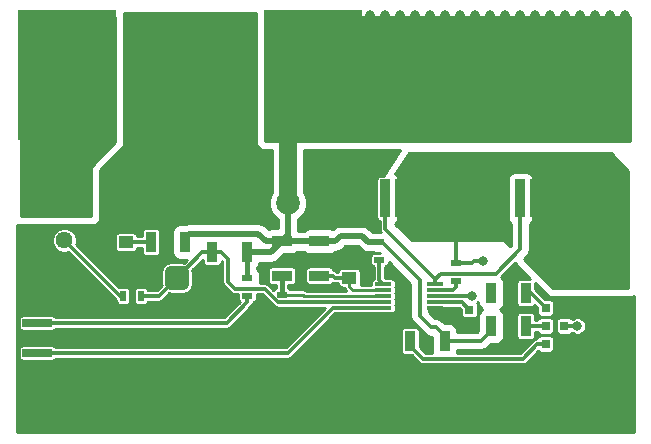
<source format=gbr>
%TF.GenerationSoftware,KiCad,Pcbnew,(2017-08-30 revision 50164e996)-master*%
%TF.CreationDate,2017-09-20T12:12:51+02:00*%
%TF.ProjectId,antispark,616E7469737061726B2E6B696361645F,rev?*%
%TF.SameCoordinates,Original*%
%TF.FileFunction,Copper,L1,Top,Mixed*%
%TF.FilePolarity,Positive*%
%FSLAX46Y46*%
G04 Gerber Fmt 4.6, Leading zero omitted, Abs format (unit mm)*
G04 Created by KiCad (PCBNEW (2017-08-30 revision 50164e996)-master) date Wed Sep 20 12:12:51 2017*
%MOMM*%
%LPD*%
G01*
G04 APERTURE LIST*
%TA.AperFunction,Conductor*%
%ADD10C,0.100000*%
%TD*%
%TA.AperFunction,ComponentPad*%
%ADD11C,1.998980*%
%TD*%
%TA.AperFunction,SMDPad,CuDef*%
%ADD12R,1.400000X0.300000*%
%TD*%
%TA.AperFunction,SMDPad,CuDef*%
%ADD13R,10.800080X8.150860*%
%TD*%
%TA.AperFunction,SMDPad,CuDef*%
%ADD14R,0.899160X3.200400*%
%TD*%
%TA.AperFunction,SMDPad,CuDef*%
%ADD15R,0.750000X0.800000*%
%TD*%
%TA.AperFunction,SMDPad,CuDef*%
%ADD16R,0.900000X0.500000*%
%TD*%
%TA.AperFunction,SMDPad,CuDef*%
%ADD17R,0.500000X0.900000*%
%TD*%
%TA.AperFunction,SMDPad,CuDef*%
%ADD18R,1.250000X1.000000*%
%TD*%
%TA.AperFunction,SMDPad,CuDef*%
%ADD19R,1.700000X0.900000*%
%TD*%
%TA.AperFunction,SMDPad,CuDef*%
%ADD20R,0.900000X1.700000*%
%TD*%
%TA.AperFunction,SMDPad,CuDef*%
%ADD21R,8.300000X11.000000*%
%TD*%
%TA.AperFunction,SMDPad,CuDef*%
%ADD22R,6.000000X5.000000*%
%TD*%
%TA.AperFunction,ComponentPad*%
%ADD23C,2.000000*%
%TD*%
%TA.AperFunction,SMDPad,CuDef*%
%ADD24R,0.800000X0.800000*%
%TD*%
%TA.AperFunction,SMDPad,CuDef*%
%ADD25R,2.500000X0.640000*%
%TD*%
%TA.AperFunction,ComponentPad*%
%ADD26C,1.440000*%
%TD*%
%TA.AperFunction,ViaPad*%
%ADD27C,0.800000*%
%TD*%
%TA.AperFunction,Conductor*%
%ADD28C,0.500000*%
%TD*%
%TA.AperFunction,Conductor*%
%ADD29C,0.300000*%
%TD*%
%TA.AperFunction,Conductor*%
%ADD30C,0.400000*%
%TD*%
%TA.AperFunction,Conductor*%
%ADD31C,1.500000*%
%TD*%
%TA.AperFunction,Conductor*%
%ADD32C,0.250000*%
%TD*%
%TA.AperFunction,Conductor*%
%ADD33C,0.254000*%
%TD*%
G04 APERTURE END LIST*
D10*
%TO.N,UVLO*%
%TO.C,REF\002A\002A*%
G36*
X152440729Y-90442916D02*
X152489240Y-90450112D01*
X152536813Y-90462029D01*
X152582989Y-90478551D01*
X152627323Y-90499519D01*
X152669388Y-90524732D01*
X152708780Y-90553947D01*
X152745118Y-90586882D01*
X152778053Y-90623220D01*
X152807268Y-90662612D01*
X152832481Y-90704677D01*
X152853449Y-90749011D01*
X152869971Y-90795187D01*
X152881888Y-90842760D01*
X152889084Y-90891271D01*
X152891490Y-90940255D01*
X152891490Y-91939745D01*
X152889084Y-91988729D01*
X152881888Y-92037240D01*
X152869971Y-92084813D01*
X152853449Y-92130989D01*
X152832481Y-92175323D01*
X152807268Y-92217388D01*
X152778053Y-92256780D01*
X152745118Y-92293118D01*
X152708780Y-92326053D01*
X152669388Y-92355268D01*
X152627323Y-92380481D01*
X152582989Y-92401449D01*
X152536813Y-92417971D01*
X152489240Y-92429888D01*
X152440729Y-92437084D01*
X152391745Y-92439490D01*
X151392255Y-92439490D01*
X151343271Y-92437084D01*
X151294760Y-92429888D01*
X151247187Y-92417971D01*
X151201011Y-92401449D01*
X151156677Y-92380481D01*
X151114612Y-92355268D01*
X151075220Y-92326053D01*
X151038882Y-92293118D01*
X151005947Y-92256780D01*
X150976732Y-92217388D01*
X150951519Y-92175323D01*
X150930551Y-92130989D01*
X150914029Y-92084813D01*
X150902112Y-92037240D01*
X150894916Y-91988729D01*
X150892510Y-91939745D01*
X150892510Y-90940255D01*
X150894916Y-90891271D01*
X150902112Y-90842760D01*
X150914029Y-90795187D01*
X150930551Y-90749011D01*
X150951519Y-90704677D01*
X150976732Y-90662612D01*
X151005947Y-90623220D01*
X151038882Y-90586882D01*
X151075220Y-90553947D01*
X151114612Y-90524732D01*
X151156677Y-90499519D01*
X151201011Y-90478551D01*
X151247187Y-90462029D01*
X151294760Y-90450112D01*
X151343271Y-90442916D01*
X151392255Y-90440510D01*
X152391745Y-90440510D01*
X152440729Y-90442916D01*
X152440729Y-90442916D01*
G37*
D11*
%TD*%
%TO.P,REF\002A\002A,1*%
%TO.N,UVLO*%
X151892000Y-91440000D03*
D12*
%TO.P,U1,1*%
%TO.N,Net-(Rsns1-Pad2)*%
X169377000Y-91964000D03*
%TO.P,U1,2*%
%TO.N,Net-(C2-Pad1)*%
X169377000Y-92464000D03*
%TO.P,U1,3*%
%TO.N,Net-(R1-Pad2)*%
X169377000Y-92964000D03*
%TO.P,U1,4*%
%TO.N,UVLO*%
X169377000Y-93464000D03*
%TO.P,U1,5*%
%TO.N,Net-(JP1-Pad1)*%
X169377000Y-93964000D03*
%TO.P,U1,6*%
%TO.N,GND*%
X173777000Y-93964000D03*
%TO.P,U1,7*%
%TO.N,Net-(C1-Pad1)*%
X173777000Y-93464000D03*
%TO.P,U1,8*%
%TO.N,Net-(D2-Pad1)*%
X173777000Y-92964000D03*
%TO.P,U1,9*%
%TO.N,Net-(Ro1-Pad2)*%
X173777000Y-92464000D03*
%TO.P,U1,10*%
%TO.N,G*%
X173777000Y-91964000D03*
%TD*%
D13*
%TO.P,U10,4*%
%TO.N,VIN*%
X173355000Y-74109580D03*
D14*
%TO.P,U10,1*%
%TO.N,G*%
X169545000Y-84711540D03*
%TO.P,U10,2*%
%TO.N,VOUT*%
X170815000Y-84711540D03*
%TO.P,U10,3*%
X172085000Y-84711540D03*
%TO.P,U10,5*%
X174625000Y-84711540D03*
%TO.P,U10,6*%
X175895000Y-84711540D03*
%TO.P,U10,7*%
X177165000Y-84711540D03*
%TD*%
D15*
%TO.P,C1,1*%
%TO.N,Net-(C1-Pad1)*%
X176657000Y-94119000D03*
%TO.P,C1,2*%
%TO.N,GND*%
X176657000Y-95619000D03*
%TD*%
D16*
%TO.P,R2,2*%
%TO.N,GND*%
X160782000Y-94349000D03*
%TO.P,R2,1*%
%TO.N,Net-(R1-Pad2)*%
X160782000Y-92849000D03*
%TD*%
D17*
%TO.P,R7,2*%
%TO.N,Net-(R7-Pad2)*%
X147332000Y-92964000D03*
%TO.P,R7,1*%
%TO.N,UVLO*%
X148832000Y-92964000D03*
%TD*%
D16*
%TO.P,R8,1*%
%TO.N,VIN*%
X157861000Y-91452000D03*
%TO.P,R8,2*%
%TO.N,Net-(JP1-Pad2)*%
X157861000Y-92952000D03*
%TD*%
%TO.P,Ro1,2*%
%TO.N,Net-(Ro1-Pad2)*%
X175514000Y-91682000D03*
%TO.P,Ro1,1*%
%TO.N,VOUT*%
X175514000Y-90182000D03*
%TD*%
%TO.P,Rsns1,1*%
%TO.N,VIN*%
X169037000Y-88404000D03*
%TO.P,Rsns1,2*%
%TO.N,Net-(Rsns1-Pad2)*%
X169037000Y-89904000D03*
%TD*%
D18*
%TO.P,C2,1*%
%TO.N,Net-(C2-Pad1)*%
X166497000Y-91424000D03*
%TO.P,C2,2*%
%TO.N,GND*%
X166497000Y-89424000D03*
%TD*%
%TO.P,C3,2*%
%TO.N,GND*%
X147574000Y-90408000D03*
%TO.P,C3,1*%
%TO.N,Net-(C3-Pad1)*%
X147574000Y-88408000D03*
%TD*%
D19*
%TO.P,R1,2*%
%TO.N,Net-(R1-Pad2)*%
X160782000Y-91239000D03*
%TO.P,R1,1*%
%TO.N,VIN*%
X160782000Y-88339000D03*
%TD*%
D20*
%TO.P,R3,1*%
%TO.N,VIN*%
X157787000Y-89281000D03*
%TO.P,R3,2*%
%TO.N,UVLO*%
X154887000Y-89281000D03*
%TD*%
%TO.P,R9,1*%
%TO.N,VIN*%
X178509000Y-95504000D03*
%TO.P,R9,2*%
%TO.N,Net-(D2-Pad2)*%
X181409000Y-95504000D03*
%TD*%
%TO.P,R10,1*%
%TO.N,VIN*%
X174551000Y-96774000D03*
%TO.P,R10,2*%
%TO.N,Net-(D3-Pad2)*%
X171651000Y-96774000D03*
%TD*%
%TO.P,R11,2*%
%TO.N,Net-(D4-Pad2)*%
X181409000Y-92710000D03*
%TO.P,R11,1*%
%TO.N,VOUT*%
X178509000Y-92710000D03*
%TD*%
%TO.P,R12,2*%
%TO.N,Net-(C3-Pad1)*%
X149680000Y-88392000D03*
%TO.P,R12,1*%
%TO.N,VIN*%
X152580000Y-88392000D03*
%TD*%
D19*
%TO.P,Rin1,1*%
%TO.N,Net-(C2-Pad1)*%
X163957000Y-91239000D03*
%TO.P,Rin1,2*%
%TO.N,VIN*%
X163957000Y-88339000D03*
%TD*%
D21*
%TO.P,F1,2*%
%TO.N,VIN*%
X163449000Y-74295000D03*
%TO.P,F1,1*%
%TO.N,Bat*%
X142621000Y-74295000D03*
%TD*%
D22*
%TO.P,P1VBAT1,1*%
%TO.N,Bat*%
X141605000Y-83820000D03*
%TD*%
%TO.P,P2VBAT1,1*%
%TO.N,VOUT*%
X187198000Y-89662000D03*
%TD*%
D23*
%TO.P,RV1,1*%
%TO.N,VIN*%
X161290000Y-85090000D03*
%TO.P,RV1,2*%
%TO.N,GND*%
X151290000Y-82290000D03*
%TD*%
D14*
%TO.P,U11,7*%
%TO.N,VOUT*%
X188595000Y-84711540D03*
%TO.P,U11,6*%
X187325000Y-84711540D03*
%TO.P,U11,5*%
X186055000Y-84711540D03*
%TO.P,U11,3*%
X183515000Y-84711540D03*
%TO.P,U11,2*%
X182245000Y-84711540D03*
%TO.P,U11,1*%
%TO.N,G*%
X180975000Y-84711540D03*
D13*
%TO.P,U11,4*%
%TO.N,VIN*%
X184785000Y-74109580D03*
%TD*%
D24*
%TO.P,D2,2*%
%TO.N,Net-(D2-Pad2)*%
X183096000Y-95504000D03*
%TO.P,D2,1*%
%TO.N,Net-(D2-Pad1)*%
X184696000Y-95504000D03*
%TD*%
%TO.P,D3,1*%
%TO.N,GND*%
X184696000Y-97028000D03*
%TO.P,D3,2*%
%TO.N,Net-(D3-Pad2)*%
X183096000Y-97028000D03*
%TD*%
%TO.P,D4,2*%
%TO.N,Net-(D4-Pad2)*%
X183096000Y-93980000D03*
%TO.P,D4,1*%
%TO.N,GND*%
X184696000Y-93980000D03*
%TD*%
D25*
%TO.P,JP1,2*%
%TO.N,Net-(JP1-Pad2)*%
X140081000Y-95250000D03*
%TO.P,JP1,1*%
%TO.N,Net-(JP1-Pad1)*%
X140081000Y-97790000D03*
%TD*%
D22*
%TO.P,P1GND1,1*%
%TO.N,GND*%
X187452000Y-101854000D03*
%TD*%
%TO.P,P2GND1,1*%
%TO.N,GND*%
X141605000Y-101854000D03*
%TD*%
D26*
%TO.P,RV2,1*%
%TO.N,Net-(R7-Pad2)*%
X142367000Y-88265000D03*
%TO.P,RV2,2*%
%TO.N,GND*%
X139827000Y-90805000D03*
%TO.P,RV2,3*%
X142367000Y-93345000D03*
%TD*%
D27*
%TO.N,GND*%
X174625000Y-94615000D03*
%TO.N,VIN*%
X168275000Y-79375000D03*
X169545000Y-79375000D03*
X170815000Y-79375000D03*
X168275000Y-78105000D03*
X169545000Y-78105000D03*
X170815000Y-78105000D03*
X172085000Y-79375000D03*
X172085000Y-78105000D03*
X160020000Y-79375000D03*
X161290000Y-79375000D03*
X162560000Y-79375000D03*
X163830000Y-79375000D03*
X160020000Y-78105000D03*
X161290000Y-78105000D03*
X162560000Y-78105000D03*
X163830000Y-78105000D03*
%TO.N,GND*%
X180340000Y-91186000D03*
X180086000Y-97028000D03*
X180086000Y-94107000D03*
X139319000Y-93853000D03*
X139319000Y-87884000D03*
X167640000Y-86360000D03*
X163576000Y-86106000D03*
X151130000Y-86741000D03*
X158496000Y-85598000D03*
X145288000Y-88392000D03*
X149860000Y-91440000D03*
X146050000Y-93980000D03*
X150241000Y-94107000D03*
X155448000Y-93980000D03*
X154813000Y-91313000D03*
X157480000Y-96520000D03*
X151384000Y-96520000D03*
X145415000Y-96520000D03*
X139319000Y-96520000D03*
X163068000Y-94488000D03*
X159131000Y-93599000D03*
X172974000Y-96901000D03*
X171069000Y-92075000D03*
X165608000Y-94869000D03*
X183769000Y-101219000D03*
X160782000Y-90043000D03*
X163957000Y-90043000D03*
X176657000Y-95504000D03*
X140589000Y-103759000D03*
X143129000Y-103759000D03*
X139319000Y-103759000D03*
X144399000Y-103759000D03*
X141859000Y-103759000D03*
X143129000Y-102489000D03*
X141859000Y-102489000D03*
X139319000Y-102489000D03*
X140589000Y-102489000D03*
X144399000Y-102489000D03*
X139319000Y-101219000D03*
X143129000Y-101219000D03*
X141859000Y-99949000D03*
X139319000Y-99949000D03*
X144399000Y-101219000D03*
X144399000Y-99949000D03*
X141859000Y-101219000D03*
X143129000Y-99949000D03*
X140589000Y-101219000D03*
X140589000Y-99949000D03*
X189992000Y-93472000D03*
X157988000Y-79756000D03*
X159258000Y-81280000D03*
X148082000Y-80264000D03*
X146050000Y-82550000D03*
X148082000Y-69342000D03*
X157988000Y-69342000D03*
X169418000Y-81280000D03*
X163322000Y-81280000D03*
X188849000Y-102489000D03*
X188849000Y-99949000D03*
X190119000Y-102489000D03*
X190119000Y-99949000D03*
X188849000Y-101219000D03*
X187579000Y-99949000D03*
X187579000Y-103759000D03*
X187579000Y-101219000D03*
X190119000Y-101219000D03*
X190119000Y-103759000D03*
X187579000Y-102489000D03*
X188849000Y-103759000D03*
X179959000Y-99949000D03*
X185039000Y-102489000D03*
X182499000Y-101219000D03*
X181229000Y-102489000D03*
X178689000Y-103759000D03*
X178689000Y-101219000D03*
X185039000Y-103759000D03*
X186309000Y-101219000D03*
X183769000Y-102489000D03*
X178689000Y-102489000D03*
X181229000Y-101219000D03*
X181229000Y-103759000D03*
X179959000Y-102489000D03*
X182499000Y-102489000D03*
X182499000Y-103759000D03*
X179959000Y-101219000D03*
X178689000Y-99949000D03*
X186309000Y-103759000D03*
X181229000Y-99949000D03*
X183769000Y-103759000D03*
X186309000Y-99949000D03*
X179959000Y-103759000D03*
X185039000Y-99949000D03*
X186309000Y-102489000D03*
X182499000Y-99949000D03*
X183769000Y-99949000D03*
X185039000Y-101219000D03*
X177419000Y-101219000D03*
X176149000Y-99949000D03*
X176149000Y-103759000D03*
X171069000Y-101219000D03*
X177419000Y-103759000D03*
X176149000Y-101219000D03*
X174879000Y-101219000D03*
X173609000Y-102489000D03*
X173609000Y-101219000D03*
X174879000Y-102489000D03*
X169799000Y-102489000D03*
X177419000Y-99949000D03*
X169799000Y-99949000D03*
X174879000Y-103759000D03*
X171069000Y-103759000D03*
X176149000Y-102489000D03*
X173609000Y-103759000D03*
X169799000Y-103759000D03*
X172339000Y-99949000D03*
X172339000Y-101219000D03*
X173609000Y-99949000D03*
X172339000Y-103759000D03*
X169799000Y-101219000D03*
X171069000Y-99949000D03*
X172339000Y-102489000D03*
X174879000Y-99949000D03*
X177419000Y-102489000D03*
X171069000Y-102489000D03*
X164719000Y-99949000D03*
X165989000Y-101219000D03*
X160909000Y-99949000D03*
X160909000Y-101219000D03*
X163449000Y-99949000D03*
X163449000Y-103759000D03*
X167259000Y-103759000D03*
X165989000Y-99949000D03*
X162179000Y-101219000D03*
X162179000Y-102489000D03*
X164719000Y-102489000D03*
X167259000Y-102489000D03*
X164719000Y-103759000D03*
X168529000Y-99949000D03*
X162179000Y-103759000D03*
X168529000Y-102489000D03*
X162179000Y-99949000D03*
X167259000Y-99949000D03*
X165989000Y-103759000D03*
X163449000Y-101219000D03*
X160909000Y-102489000D03*
X164719000Y-101219000D03*
X168529000Y-101219000D03*
X165989000Y-102489000D03*
X168529000Y-103759000D03*
X167259000Y-101219000D03*
X163449000Y-102489000D03*
X160909000Y-103759000D03*
X157099000Y-99949000D03*
X157099000Y-101219000D03*
X159639000Y-99949000D03*
X159639000Y-103759000D03*
X158369000Y-101219000D03*
X158369000Y-102489000D03*
X155829000Y-102489000D03*
X155829000Y-99949000D03*
X158369000Y-103759000D03*
X158369000Y-99949000D03*
X155829000Y-103759000D03*
X159639000Y-101219000D03*
X157099000Y-102489000D03*
X155829000Y-101219000D03*
X159639000Y-102489000D03*
X157099000Y-103759000D03*
X153289000Y-99949000D03*
X153289000Y-101219000D03*
X152019000Y-102489000D03*
X153289000Y-103759000D03*
X154559000Y-103759000D03*
X150749000Y-103759000D03*
X152019000Y-101219000D03*
X152019000Y-103759000D03*
X150749000Y-99949000D03*
X150749000Y-101219000D03*
X153289000Y-102489000D03*
X154559000Y-102489000D03*
X150749000Y-102489000D03*
X152019000Y-99949000D03*
X154559000Y-99949000D03*
X154559000Y-101219000D03*
X148209000Y-102489000D03*
X148209000Y-103759000D03*
X149479000Y-102489000D03*
X149479000Y-103759000D03*
X149479000Y-101219000D03*
X148209000Y-99949000D03*
X148209000Y-101219000D03*
X149479000Y-99949000D03*
X146939000Y-99949000D03*
X145669000Y-101219000D03*
X146939000Y-101219000D03*
X145669000Y-99949000D03*
X145669000Y-102489000D03*
X146939000Y-102489000D03*
X145669000Y-103759000D03*
X146939000Y-103759000D03*
%TO.N,VOUT*%
X177800000Y-90032001D03*
X178509000Y-92710000D03*
X181864000Y-89789000D03*
X183769000Y-90297000D03*
X182753000Y-90297000D03*
X183769000Y-89154000D03*
X182753000Y-89154000D03*
X183769000Y-88011000D03*
X182753000Y-88011000D03*
X182753000Y-86868000D03*
X183769000Y-86868000D03*
X189611000Y-85725000D03*
X189611000Y-84582000D03*
X189611000Y-83439000D03*
X189738000Y-86868000D03*
X188468000Y-86868000D03*
X187325000Y-86868000D03*
X186055000Y-86868000D03*
X184785000Y-86360000D03*
X173355000Y-87376000D03*
X179324000Y-87376000D03*
X178308000Y-87376000D03*
X177546000Y-87884000D03*
X176530000Y-87884000D03*
X175514000Y-87884000D03*
X174498000Y-87884000D03*
X172212000Y-87884000D03*
X177546000Y-86868000D03*
X176530000Y-86868000D03*
X175514000Y-86868000D03*
X174498000Y-86868000D03*
X172212000Y-86868000D03*
X171196000Y-86868000D03*
X189738000Y-91694000D03*
X189738000Y-90424000D03*
X189738000Y-89154000D03*
X188468000Y-91694000D03*
X188468000Y-90424000D03*
X188468000Y-89154000D03*
%TO.N,Net-(D2-Pad1)*%
X176911000Y-92964000D03*
X185801000Y-95504000D03*
%TO.N,Bat*%
X145415000Y-69215000D03*
X144145000Y-69215000D03*
X142875000Y-69215000D03*
X141605000Y-69215000D03*
X140335000Y-69215000D03*
X139065000Y-69215000D03*
X139065000Y-70485000D03*
X140335000Y-70485000D03*
X141605000Y-70485000D03*
X142875000Y-70485000D03*
X144145000Y-70485000D03*
X145415000Y-70485000D03*
X145415000Y-71755000D03*
X144145000Y-71755000D03*
X142875000Y-71755000D03*
X141605000Y-71755000D03*
X140335000Y-71755000D03*
X139065000Y-71755000D03*
X139065000Y-73025000D03*
X140335000Y-73025000D03*
X141605000Y-73025000D03*
X142875000Y-73025000D03*
X144145000Y-73025000D03*
X145415000Y-73025000D03*
X145415000Y-74295000D03*
X144145000Y-74295000D03*
X142875000Y-74295000D03*
X141605000Y-74295000D03*
X140335000Y-74295000D03*
X139065000Y-74295000D03*
X139065000Y-75565000D03*
X140335000Y-75565000D03*
X141605000Y-75565000D03*
X142875000Y-75565000D03*
X144145000Y-75565000D03*
X145415000Y-75565000D03*
X145415000Y-76835000D03*
X144145000Y-76835000D03*
X142875000Y-76835000D03*
X141605000Y-76835000D03*
X140335000Y-76835000D03*
X139065000Y-76835000D03*
X139065000Y-78105000D03*
X140335000Y-78105000D03*
X141605000Y-78105000D03*
X142875000Y-78105000D03*
X144145000Y-78105000D03*
X145415000Y-78105000D03*
X145415000Y-79375000D03*
X144145000Y-79375000D03*
X142875000Y-79375000D03*
X141605000Y-79375000D03*
X140335000Y-79375000D03*
X139065000Y-79375000D03*
X139065000Y-81915000D03*
X140335000Y-81915000D03*
X141605000Y-81915000D03*
X142875000Y-81915000D03*
X144145000Y-81915000D03*
X144145000Y-84455000D03*
X142875000Y-84455000D03*
X141605000Y-84455000D03*
X140335000Y-84455000D03*
X139065000Y-84455000D03*
X144145000Y-83185000D03*
X142875000Y-83185000D03*
X141605000Y-83185000D03*
X140335000Y-83185000D03*
X139065000Y-83185000D03*
X144145000Y-85725000D03*
X142875000Y-85725000D03*
X141605000Y-85725000D03*
X140335000Y-85725000D03*
X139065000Y-85725000D03*
%TO.N,VIN*%
X179705000Y-76835000D03*
X180975000Y-76835000D03*
X182245000Y-76835000D03*
X183515000Y-76835000D03*
X184785000Y-76835000D03*
X186055000Y-76835000D03*
X187325000Y-76835000D03*
X188595000Y-76835000D03*
X189865000Y-76835000D03*
X189865000Y-78105000D03*
X188595000Y-78105000D03*
X187325000Y-78105000D03*
X186055000Y-78105000D03*
X184785000Y-78105000D03*
X183515000Y-78105000D03*
X182245000Y-78105000D03*
X180975000Y-78105000D03*
X189865000Y-79375000D03*
X188595000Y-79375000D03*
X187325000Y-79375000D03*
X186055000Y-79375000D03*
X184785000Y-79375000D03*
X183515000Y-79375000D03*
X182245000Y-79375000D03*
X180975000Y-79375000D03*
X179705000Y-79375000D03*
X179705000Y-69215000D03*
X180975000Y-69215000D03*
X182245000Y-69215000D03*
X183515000Y-69215000D03*
X184785000Y-69215000D03*
X186055000Y-69215000D03*
X187325000Y-69215000D03*
X188595000Y-69215000D03*
X189865000Y-69215000D03*
X189865000Y-70485000D03*
X188595000Y-70485000D03*
X187325000Y-70485000D03*
X186055000Y-70485000D03*
X184785000Y-70485000D03*
X183515000Y-70485000D03*
X182245000Y-70485000D03*
X180975000Y-70485000D03*
X179705000Y-70485000D03*
X178435000Y-70485000D03*
X177165000Y-70485000D03*
X175895000Y-70485000D03*
X174625000Y-70485000D03*
X173355000Y-70485000D03*
X172085000Y-70485000D03*
X170815000Y-70485000D03*
X169545000Y-70485000D03*
X168275000Y-70485000D03*
X168275000Y-69215000D03*
X169545000Y-69215000D03*
X170815000Y-69215000D03*
X172085000Y-69215000D03*
X173355000Y-69215000D03*
X174625000Y-69215000D03*
X175895000Y-69215000D03*
X177165000Y-69215000D03*
X178435000Y-69215000D03*
X178435000Y-79375000D03*
X177165000Y-79375000D03*
X175895000Y-79375000D03*
X174625000Y-79375000D03*
X173355000Y-79375000D03*
X178435000Y-76835000D03*
X177165000Y-76835000D03*
X175895000Y-76835000D03*
X174625000Y-76835000D03*
X173355000Y-76835000D03*
X172085000Y-76835000D03*
X170815000Y-76835000D03*
X169545000Y-76835000D03*
X168275000Y-76835000D03*
X173355000Y-78105000D03*
X174625000Y-78105000D03*
X175895000Y-78105000D03*
X177165000Y-78105000D03*
X178435000Y-78105000D03*
X166370000Y-79375000D03*
X165100000Y-79375000D03*
X165100000Y-78105000D03*
X166370000Y-78105000D03*
X166370000Y-76835000D03*
X165100000Y-76835000D03*
X163830000Y-76835000D03*
X162560000Y-76835000D03*
X161290000Y-76835000D03*
X160020000Y-76835000D03*
X160020000Y-75565000D03*
X161290000Y-75565000D03*
X162560000Y-75565000D03*
X163830000Y-75565000D03*
X165100000Y-75565000D03*
X166370000Y-75565000D03*
X166370000Y-74295000D03*
X165100000Y-74295000D03*
X163830000Y-74295000D03*
X162560000Y-74295000D03*
X161290000Y-74295000D03*
X160020000Y-74295000D03*
X160020000Y-73025000D03*
X161290000Y-73025000D03*
X162560000Y-73025000D03*
X163830000Y-73025000D03*
X165100000Y-73025000D03*
X166370000Y-73025000D03*
X166370000Y-71755000D03*
X165100000Y-71755000D03*
X163830000Y-71755000D03*
X162560000Y-71755000D03*
X161290000Y-71755000D03*
X160020000Y-71755000D03*
X160020000Y-70485000D03*
X161290000Y-70485000D03*
X162560000Y-70485000D03*
X163830000Y-70485000D03*
X165100000Y-70485000D03*
X166370000Y-70485000D03*
X166370000Y-69215000D03*
X165100000Y-69215000D03*
X163830000Y-69215000D03*
X162560000Y-69215000D03*
X161290000Y-69215000D03*
X160020000Y-69215000D03*
%TO.N,VOUT*%
X187325000Y-91694000D03*
X186055000Y-91694000D03*
X184785000Y-91694000D03*
X187325000Y-90424000D03*
X186055000Y-90424000D03*
X184785000Y-90424000D03*
X187325000Y-89154000D03*
X186055000Y-89154000D03*
X184785000Y-89154000D03*
X187325000Y-87884000D03*
X189738000Y-87884000D03*
X186055000Y-87884000D03*
X188468000Y-87884000D03*
X184785000Y-85090000D03*
X184785000Y-83820000D03*
X179324000Y-83820000D03*
X179324000Y-85090000D03*
X179324000Y-86360000D03*
X178435000Y-86360000D03*
X178435000Y-85090000D03*
X178435000Y-83820000D03*
X179070000Y-82550000D03*
X180086000Y-82296000D03*
X181864000Y-82296000D03*
X182880000Y-82550000D03*
X184150000Y-82550000D03*
X185420000Y-82550000D03*
X186690000Y-82550000D03*
X187960000Y-82550000D03*
X189230000Y-82550000D03*
X184785000Y-87884000D03*
X188595000Y-81280000D03*
X187325000Y-81280000D03*
X186055000Y-81280000D03*
X184785000Y-81280000D03*
X183515000Y-81280000D03*
X182245000Y-81280000D03*
X180975000Y-81280000D03*
X179705000Y-81280000D03*
X178435000Y-81280000D03*
X177800000Y-82550000D03*
X177165000Y-81280000D03*
X175895000Y-81280000D03*
X176530000Y-82550000D03*
X174625000Y-81280000D03*
X173355000Y-81280000D03*
X173355000Y-86360000D03*
X173355000Y-85090000D03*
X173355000Y-83820000D03*
X173990000Y-82550000D03*
X172720000Y-82550000D03*
X171450000Y-82550000D03*
X175260000Y-82550000D03*
%TD*%
D28*
%TO.N,VIN*%
X163957000Y-88339000D02*
X165307000Y-88339000D01*
X167567000Y-87884000D02*
X168087000Y-88404000D01*
X165307000Y-88339000D02*
X165762000Y-87884000D01*
X165762000Y-87884000D02*
X167567000Y-87884000D01*
X168087000Y-88404000D02*
X169037000Y-88404000D01*
D29*
X174551000Y-96774000D02*
X177639000Y-96774000D01*
X177639000Y-96774000D02*
X178509000Y-95904000D01*
X178509000Y-95904000D02*
X178509000Y-95504000D01*
X169037000Y-88404000D02*
X169237000Y-88404000D01*
X172426999Y-94649999D02*
X173401000Y-95624000D01*
X169237000Y-88404000D02*
X172426999Y-91593999D01*
X172426999Y-91593999D02*
X172426999Y-94649999D01*
X173401000Y-95624000D02*
X173801000Y-95624000D01*
X173801000Y-95624000D02*
X174551000Y-96374000D01*
X174551000Y-96374000D02*
X174551000Y-96774000D01*
D30*
X157861000Y-91452000D02*
X157861000Y-89355000D01*
X157861000Y-89355000D02*
X157787000Y-89281000D01*
D28*
X152580000Y-88392000D02*
X152580000Y-87992000D01*
X152580000Y-87992000D02*
X152891001Y-87680999D01*
X152891001Y-87680999D02*
X158773999Y-87680999D01*
X158773999Y-87680999D02*
X159432000Y-88339000D01*
X159432000Y-88339000D02*
X160782000Y-88339000D01*
X157787000Y-89281000D02*
X159840000Y-89281000D01*
X159840000Y-89281000D02*
X160782000Y-88339000D01*
X161290000Y-85090000D02*
X161290000Y-87831000D01*
X161290000Y-87831000D02*
X160782000Y-88339000D01*
X163957000Y-88339000D02*
X160782000Y-88339000D01*
D30*
X169049000Y-88392000D02*
X169037000Y-88404000D01*
D29*
%TO.N,VOUT*%
X177033990Y-90032001D02*
X176883991Y-90182000D01*
X176883991Y-90182000D02*
X175514000Y-90182000D01*
X177800000Y-90032001D02*
X177033990Y-90032001D01*
X175514000Y-90182000D02*
X175514000Y-87884000D01*
%TO.N,Net-(C1-Pad1)*%
X173777000Y-93464000D02*
X176002000Y-93464000D01*
X176002000Y-93464000D02*
X176657000Y-94119000D01*
D28*
%TO.N,VIN*%
X164022000Y-88404000D02*
X163957000Y-88339000D01*
D31*
X161290000Y-85090000D02*
X161290000Y-76454000D01*
X161290000Y-76454000D02*
X163449000Y-74295000D01*
D32*
%TO.N,Net-(R1-Pad2)*%
X162687000Y-92964000D02*
X162572000Y-92849000D01*
X162572000Y-92849000D02*
X160782000Y-92849000D01*
X169377000Y-92964000D02*
X162687000Y-92964000D01*
D30*
X160782000Y-91239000D02*
X160782000Y-92849000D01*
D29*
%TO.N,UVLO*%
X151892000Y-91440000D02*
X154051000Y-89281000D01*
X154051000Y-89281000D02*
X154887000Y-89281000D01*
X148832000Y-92964000D02*
X150368000Y-92964000D01*
X150368000Y-92964000D02*
X151892000Y-91440000D01*
X169377000Y-93464000D02*
X160426998Y-93464000D01*
X160426998Y-93464000D02*
X159314999Y-92352001D01*
X159314999Y-92352001D02*
X156808001Y-92352001D01*
X156210000Y-89854000D02*
X155637000Y-89281000D01*
X156808001Y-92352001D02*
X156210000Y-91754000D01*
X156210000Y-91754000D02*
X156210000Y-89854000D01*
X155637000Y-89281000D02*
X154887000Y-89281000D01*
%TO.N,Net-(R7-Pad2)*%
X142367000Y-88265000D02*
X147066000Y-92964000D01*
X147066000Y-92964000D02*
X147332000Y-92964000D01*
%TO.N,Net-(Ro1-Pad2)*%
X173777000Y-92464000D02*
X175282000Y-92464000D01*
X175282000Y-92464000D02*
X175514000Y-92232000D01*
X175514000Y-92232000D02*
X175514000Y-91682000D01*
%TO.N,Net-(Rsns1-Pad2)*%
X169037000Y-89904000D02*
X169037000Y-91624000D01*
X169037000Y-91624000D02*
X169377000Y-91964000D01*
%TO.N,G*%
X169545000Y-84711540D02*
X169545000Y-87282000D01*
X169545000Y-87282000D02*
X173777000Y-91514000D01*
X180975000Y-84711540D02*
X180975000Y-89027000D01*
X180975000Y-89027000D02*
X178919999Y-91082001D01*
X178919999Y-91082001D02*
X174208999Y-91082001D01*
X174208999Y-91082001D02*
X173777000Y-91514000D01*
X173777000Y-91514000D02*
X173777000Y-91964000D01*
%TO.N,Net-(C3-Pad1)*%
X147685000Y-88392000D02*
X149680000Y-88392000D01*
%TO.N,Net-(D2-Pad2)*%
X181409000Y-95504000D02*
X183096000Y-95504000D01*
%TO.N,Net-(D3-Pad2)*%
X171651000Y-96774000D02*
X171651000Y-97174000D01*
X171651000Y-97174000D02*
X172751001Y-98274001D01*
X172751001Y-98274001D02*
X181149999Y-98274001D01*
X181149999Y-98274001D02*
X182396000Y-97028000D01*
X182396000Y-97028000D02*
X183096000Y-97028000D01*
%TO.N,Net-(D4-Pad2)*%
X181409000Y-92710000D02*
X181826000Y-92710000D01*
X181826000Y-92710000D02*
X183096000Y-93980000D01*
%TO.N,Net-(D2-Pad1)*%
X176911000Y-92964000D02*
X176345315Y-92964000D01*
X176345315Y-92964000D02*
X173777000Y-92964000D01*
X184696000Y-95504000D02*
X185801000Y-95504000D01*
%TO.N,Net-(C2-Pad1)*%
X165308000Y-91440000D02*
X165324000Y-91424000D01*
X165324000Y-91424000D02*
X166497000Y-91424000D01*
X163957000Y-91239000D02*
X165107000Y-91239000D01*
X165107000Y-91239000D02*
X165308000Y-91440000D01*
D32*
X169377000Y-92464000D02*
X166787000Y-92464000D01*
X166787000Y-92464000D02*
X166497000Y-92174000D01*
X166497000Y-92174000D02*
X166497000Y-91424000D01*
D29*
%TO.N,Net-(JP1-Pad2)*%
X140081000Y-95250000D02*
X156113000Y-95250000D01*
X156113000Y-95250000D02*
X157861000Y-93502000D01*
X157861000Y-93502000D02*
X157861000Y-92952000D01*
%TO.N,Net-(JP1-Pad1)*%
X161290000Y-97790000D02*
X165116000Y-93964000D01*
X165116000Y-93964000D02*
X169377000Y-93964000D01*
X140081000Y-97790000D02*
X161290000Y-97790000D01*
%TD*%
D33*
%TO.N,Bat*%
G36*
X146685000Y-79957394D02*
X144690197Y-81952197D01*
X144662667Y-81993399D01*
X144653000Y-82042000D01*
X144653000Y-86233000D01*
X138657000Y-86233000D01*
X138657000Y-69315000D01*
X146685000Y-69315000D01*
X146685000Y-79957394D01*
X146685000Y-79957394D01*
G37*
X146685000Y-79957394D02*
X144690197Y-81952197D01*
X144662667Y-81993399D01*
X144653000Y-82042000D01*
X144653000Y-86233000D01*
X138657000Y-86233000D01*
X138657000Y-69315000D01*
X146685000Y-69315000D01*
X146685000Y-79957394D01*
%TO.N,VIN*%
G36*
X190273000Y-79883000D02*
X159385000Y-79883000D01*
X159385000Y-69315000D01*
X190273000Y-69315000D01*
X190273000Y-79883000D01*
X190273000Y-79883000D01*
G37*
X190273000Y-79883000D02*
X159385000Y-79883000D01*
X159385000Y-69315000D01*
X190273000Y-69315000D01*
X190273000Y-79883000D01*
%TO.N,VOUT*%
G36*
X190119000Y-82348606D02*
X190119000Y-92329000D01*
X183694606Y-92329000D01*
X181238882Y-89873276D01*
X181530079Y-89582079D01*
X181700245Y-89327407D01*
X181760000Y-89027000D01*
X181760000Y-86851327D01*
X181882389Y-86769549D01*
X182022737Y-86559505D01*
X182072020Y-86311740D01*
X182072020Y-83111340D01*
X182022737Y-82863575D01*
X181882389Y-82653531D01*
X181672345Y-82513183D01*
X181424580Y-82463900D01*
X180525420Y-82463900D01*
X180277655Y-82513183D01*
X180067611Y-82653531D01*
X179927263Y-82863575D01*
X179877980Y-83111340D01*
X179877980Y-86311740D01*
X179927263Y-86559505D01*
X180067611Y-86769549D01*
X180190000Y-86851327D01*
X180190000Y-88701842D01*
X180128724Y-88763118D01*
X179667803Y-88302197D01*
X179626601Y-88274667D01*
X179578000Y-88265000D01*
X171756606Y-88265000D01*
X170337753Y-86846147D01*
X170452389Y-86769549D01*
X170592737Y-86559505D01*
X170642020Y-86311740D01*
X170642020Y-83111340D01*
X170592737Y-82863575D01*
X170452389Y-82653531D01*
X170380364Y-82605405D01*
X171517968Y-80899000D01*
X188669394Y-80899000D01*
X190119000Y-82348606D01*
X190119000Y-82348606D01*
G37*
X190119000Y-82348606D02*
X190119000Y-92329000D01*
X183694606Y-92329000D01*
X181238882Y-89873276D01*
X181530079Y-89582079D01*
X181700245Y-89327407D01*
X181760000Y-89027000D01*
X181760000Y-86851327D01*
X181882389Y-86769549D01*
X182022737Y-86559505D01*
X182072020Y-86311740D01*
X182072020Y-83111340D01*
X182022737Y-82863575D01*
X181882389Y-82653531D01*
X181672345Y-82513183D01*
X181424580Y-82463900D01*
X180525420Y-82463900D01*
X180277655Y-82513183D01*
X180067611Y-82653531D01*
X179927263Y-82863575D01*
X179877980Y-83111340D01*
X179877980Y-86311740D01*
X179927263Y-86559505D01*
X180067611Y-86769549D01*
X180190000Y-86851327D01*
X180190000Y-88701842D01*
X180128724Y-88763118D01*
X179667803Y-88302197D01*
X179626601Y-88274667D01*
X179578000Y-88265000D01*
X171756606Y-88265000D01*
X170337753Y-86846147D01*
X170452389Y-86769549D01*
X170592737Y-86559505D01*
X170642020Y-86311740D01*
X170642020Y-83111340D01*
X170592737Y-82863575D01*
X170452389Y-82653531D01*
X170380364Y-82605405D01*
X171517968Y-80899000D01*
X188669394Y-80899000D01*
X190119000Y-82348606D01*
%TO.N,GND*%
G36*
X158623000Y-80010000D02*
X158671336Y-80253004D01*
X158808987Y-80459013D01*
X159014996Y-80596664D01*
X159258000Y-80645000D01*
X159913000Y-80645000D01*
X159913000Y-84165679D01*
X159911501Y-84167175D01*
X159663283Y-84764950D01*
X159662718Y-85412211D01*
X159909892Y-86010418D01*
X160367175Y-86468499D01*
X160413000Y-86487527D01*
X160413000Y-87249717D01*
X159932000Y-87249717D01*
X159687357Y-87298380D01*
X159653961Y-87320695D01*
X159394132Y-87060866D01*
X159109612Y-86870757D01*
X158773999Y-86803999D01*
X152891006Y-86803999D01*
X152891001Y-86803998D01*
X152555388Y-86870757D01*
X152507556Y-86902717D01*
X152130000Y-86902717D01*
X151885357Y-86951380D01*
X151677959Y-87089959D01*
X151539380Y-87297357D01*
X151490717Y-87542000D01*
X151490717Y-89242000D01*
X151539380Y-89486643D01*
X151677959Y-89694041D01*
X151885357Y-89832620D01*
X152130000Y-89881283D01*
X152776137Y-89881283D01*
X152524007Y-90133413D01*
X152391745Y-90107104D01*
X151392255Y-90107104D01*
X151073422Y-90170524D01*
X150803128Y-90351128D01*
X150622524Y-90621422D01*
X150559104Y-90940255D01*
X150559104Y-91939745D01*
X150585413Y-92072007D01*
X150170420Y-92487000D01*
X149410035Y-92487000D01*
X149390027Y-92386411D01*
X149317754Y-92278246D01*
X149209589Y-92205973D01*
X149082000Y-92180594D01*
X148582000Y-92180594D01*
X148454411Y-92205973D01*
X148346246Y-92278246D01*
X148273973Y-92386411D01*
X148248594Y-92514000D01*
X148248594Y-93414000D01*
X148273973Y-93541589D01*
X148346246Y-93649754D01*
X148454411Y-93722027D01*
X148582000Y-93747406D01*
X149082000Y-93747406D01*
X149209589Y-93722027D01*
X149317754Y-93649754D01*
X149390027Y-93541589D01*
X149410035Y-93441000D01*
X150368000Y-93441000D01*
X150550540Y-93404691D01*
X150705290Y-93301290D01*
X151259993Y-92746587D01*
X151392255Y-92772896D01*
X152391745Y-92772896D01*
X152710578Y-92709476D01*
X152980872Y-92528872D01*
X153161476Y-92258578D01*
X153224896Y-91939745D01*
X153224896Y-90940255D01*
X153198587Y-90807993D01*
X154103594Y-89902986D01*
X154103594Y-90131000D01*
X154128973Y-90258589D01*
X154201246Y-90366754D01*
X154309411Y-90439027D01*
X154437000Y-90464406D01*
X155337000Y-90464406D01*
X155464589Y-90439027D01*
X155572754Y-90366754D01*
X155645027Y-90258589D01*
X155670406Y-90131000D01*
X155670406Y-89988986D01*
X155733000Y-90051580D01*
X155733000Y-91754000D01*
X155769309Y-91936540D01*
X155872710Y-92091290D01*
X156470711Y-92689291D01*
X156625461Y-92792692D01*
X156808001Y-92829001D01*
X157077594Y-92829001D01*
X157077594Y-93202000D01*
X157102973Y-93329589D01*
X157175246Y-93437754D01*
X157220457Y-93467963D01*
X155915420Y-94773000D01*
X141619375Y-94773000D01*
X141566754Y-94694246D01*
X141458589Y-94621973D01*
X141331000Y-94596594D01*
X138831000Y-94596594D01*
X138703411Y-94621973D01*
X138595246Y-94694246D01*
X138522973Y-94802411D01*
X138497594Y-94930000D01*
X138497594Y-95570000D01*
X138522973Y-95697589D01*
X138595246Y-95805754D01*
X138703411Y-95878027D01*
X138831000Y-95903406D01*
X141331000Y-95903406D01*
X141458589Y-95878027D01*
X141566754Y-95805754D01*
X141619375Y-95727000D01*
X156113000Y-95727000D01*
X156295540Y-95690691D01*
X156450290Y-95587290D01*
X158198290Y-93839290D01*
X158301691Y-93684541D01*
X158332194Y-93531190D01*
X158438589Y-93510027D01*
X158546754Y-93437754D01*
X158619027Y-93329589D01*
X158644406Y-93202000D01*
X158644406Y-92829001D01*
X159117419Y-92829001D01*
X160089708Y-93801290D01*
X160244458Y-93904691D01*
X160426998Y-93941000D01*
X164464420Y-93941000D01*
X161092420Y-97313000D01*
X141619375Y-97313000D01*
X141566754Y-97234246D01*
X141458589Y-97161973D01*
X141331000Y-97136594D01*
X138831000Y-97136594D01*
X138703411Y-97161973D01*
X138595246Y-97234246D01*
X138522973Y-97342411D01*
X138497594Y-97470000D01*
X138497594Y-98110000D01*
X138522973Y-98237589D01*
X138595246Y-98345754D01*
X138703411Y-98418027D01*
X138831000Y-98443406D01*
X141331000Y-98443406D01*
X141458589Y-98418027D01*
X141566754Y-98345754D01*
X141619375Y-98267000D01*
X161290000Y-98267000D01*
X161472540Y-98230691D01*
X161627290Y-98127290D01*
X165313580Y-94441000D01*
X168644795Y-94441000D01*
X168677000Y-94447406D01*
X170077000Y-94447406D01*
X170204589Y-94422027D01*
X170312754Y-94349754D01*
X170385027Y-94241589D01*
X170410406Y-94114000D01*
X170410406Y-93814000D01*
X170390515Y-93714000D01*
X170410406Y-93614000D01*
X170410406Y-93314000D01*
X170390515Y-93214000D01*
X170410406Y-93114000D01*
X170410406Y-92814000D01*
X170390515Y-92714000D01*
X170410406Y-92614000D01*
X170410406Y-92314000D01*
X170390515Y-92214000D01*
X170410406Y-92114000D01*
X170410406Y-91814000D01*
X170385027Y-91686411D01*
X170312754Y-91578246D01*
X170204589Y-91505973D01*
X170077000Y-91480594D01*
X169568174Y-91480594D01*
X169514000Y-91426420D01*
X169514000Y-90482035D01*
X169614589Y-90462027D01*
X169722754Y-90389754D01*
X169795027Y-90281589D01*
X169820406Y-90154000D01*
X169820406Y-90086250D01*
X171649999Y-91915843D01*
X171649999Y-94649999D01*
X171709145Y-94947344D01*
X171877577Y-95199421D01*
X172851578Y-96173422D01*
X173103655Y-96341854D01*
X173401000Y-96401000D01*
X173461717Y-96401000D01*
X173461717Y-97624000D01*
X173496129Y-97797001D01*
X172948581Y-97797001D01*
X172434406Y-97282826D01*
X172434406Y-95924000D01*
X172409027Y-95796411D01*
X172336754Y-95688246D01*
X172228589Y-95615973D01*
X172101000Y-95590594D01*
X171201000Y-95590594D01*
X171073411Y-95615973D01*
X170965246Y-95688246D01*
X170892973Y-95796411D01*
X170867594Y-95924000D01*
X170867594Y-97624000D01*
X170892973Y-97751589D01*
X170965246Y-97859754D01*
X171073411Y-97932027D01*
X171201000Y-97957406D01*
X171759826Y-97957406D01*
X172413711Y-98611291D01*
X172568460Y-98714692D01*
X172751001Y-98751001D01*
X181149999Y-98751001D01*
X181332539Y-98714692D01*
X181487289Y-98611291D01*
X182450064Y-97648516D01*
X182460246Y-97663754D01*
X182568411Y-97736027D01*
X182696000Y-97761406D01*
X183496000Y-97761406D01*
X183623589Y-97736027D01*
X183731754Y-97663754D01*
X183804027Y-97555589D01*
X183829406Y-97428000D01*
X183829406Y-96628000D01*
X183804027Y-96500411D01*
X183731754Y-96392246D01*
X183623589Y-96319973D01*
X183496000Y-96294594D01*
X182696000Y-96294594D01*
X182568411Y-96319973D01*
X182460246Y-96392246D01*
X182387973Y-96500411D01*
X182377165Y-96554746D01*
X182213460Y-96587309D01*
X182058710Y-96690710D01*
X180952419Y-97797001D01*
X175605871Y-97797001D01*
X175640283Y-97624000D01*
X175640283Y-97551000D01*
X177639000Y-97551000D01*
X177936345Y-97491854D01*
X178188422Y-97323422D01*
X178518561Y-96993283D01*
X178959000Y-96993283D01*
X179203643Y-96944620D01*
X179411041Y-96806041D01*
X179549620Y-96598643D01*
X179598283Y-96354000D01*
X179598283Y-94654000D01*
X180625594Y-94654000D01*
X180625594Y-96354000D01*
X180650973Y-96481589D01*
X180723246Y-96589754D01*
X180831411Y-96662027D01*
X180959000Y-96687406D01*
X181859000Y-96687406D01*
X181986589Y-96662027D01*
X182094754Y-96589754D01*
X182167027Y-96481589D01*
X182192406Y-96354000D01*
X182192406Y-95981000D01*
X182377910Y-95981000D01*
X182387973Y-96031589D01*
X182460246Y-96139754D01*
X182568411Y-96212027D01*
X182696000Y-96237406D01*
X183496000Y-96237406D01*
X183623589Y-96212027D01*
X183731754Y-96139754D01*
X183804027Y-96031589D01*
X183829406Y-95904000D01*
X183829406Y-95104000D01*
X183962594Y-95104000D01*
X183962594Y-95904000D01*
X183987973Y-96031589D01*
X184060246Y-96139754D01*
X184168411Y-96212027D01*
X184296000Y-96237406D01*
X185096000Y-96237406D01*
X185223589Y-96212027D01*
X185331754Y-96139754D01*
X185362489Y-96093755D01*
X185388650Y-96119961D01*
X185655756Y-96230874D01*
X185944975Y-96231126D01*
X186212275Y-96120680D01*
X186416961Y-95916350D01*
X186527874Y-95649244D01*
X186528126Y-95360025D01*
X186417680Y-95092725D01*
X186213350Y-94888039D01*
X185946244Y-94777126D01*
X185657025Y-94776874D01*
X185389725Y-94887320D01*
X185362595Y-94914403D01*
X185331754Y-94868246D01*
X185223589Y-94795973D01*
X185096000Y-94770594D01*
X184296000Y-94770594D01*
X184168411Y-94795973D01*
X184060246Y-94868246D01*
X183987973Y-94976411D01*
X183962594Y-95104000D01*
X183829406Y-95104000D01*
X183804027Y-94976411D01*
X183731754Y-94868246D01*
X183623589Y-94795973D01*
X183496000Y-94770594D01*
X182696000Y-94770594D01*
X182568411Y-94795973D01*
X182460246Y-94868246D01*
X182387973Y-94976411D01*
X182377910Y-95027000D01*
X182192406Y-95027000D01*
X182192406Y-94654000D01*
X182167027Y-94526411D01*
X182094754Y-94418246D01*
X181986589Y-94345973D01*
X181859000Y-94320594D01*
X180959000Y-94320594D01*
X180831411Y-94345973D01*
X180723246Y-94418246D01*
X180650973Y-94526411D01*
X180625594Y-94654000D01*
X179598283Y-94654000D01*
X179549620Y-94409357D01*
X179411041Y-94201959D01*
X179268925Y-94107000D01*
X179411041Y-94012041D01*
X179549620Y-93804643D01*
X179598283Y-93560000D01*
X179598283Y-91860000D01*
X179549620Y-91615357D01*
X179411041Y-91407959D01*
X179325666Y-91350914D01*
X180482277Y-90194303D01*
X181814568Y-91526594D01*
X180959000Y-91526594D01*
X180831411Y-91551973D01*
X180723246Y-91624246D01*
X180650973Y-91732411D01*
X180625594Y-91860000D01*
X180625594Y-93560000D01*
X180650973Y-93687589D01*
X180723246Y-93795754D01*
X180831411Y-93868027D01*
X180959000Y-93893406D01*
X181859000Y-93893406D01*
X181986589Y-93868027D01*
X182094754Y-93795754D01*
X182151799Y-93710379D01*
X182362594Y-93921174D01*
X182362594Y-94380000D01*
X182387973Y-94507589D01*
X182460246Y-94615754D01*
X182568411Y-94688027D01*
X182696000Y-94713406D01*
X183496000Y-94713406D01*
X183623589Y-94688027D01*
X183731754Y-94615754D01*
X183804027Y-94507589D01*
X183829406Y-94380000D01*
X183829406Y-93580000D01*
X183804027Y-93452411D01*
X183731754Y-93344246D01*
X183623589Y-93271973D01*
X183496000Y-93246594D01*
X183037174Y-93246594D01*
X182192406Y-92401826D01*
X182192406Y-91904432D01*
X183192987Y-92905013D01*
X183398996Y-93042664D01*
X183642000Y-93091000D01*
X190246000Y-93091000D01*
X190489004Y-93042664D01*
X190581000Y-92981194D01*
X190581000Y-104475000D01*
X138349000Y-104475000D01*
X138349000Y-88472348D01*
X141319819Y-88472348D01*
X141478879Y-88857303D01*
X141773148Y-89152086D01*
X142157825Y-89311818D01*
X142574348Y-89312181D01*
X142691284Y-89263864D01*
X146728710Y-93301290D01*
X146748594Y-93314576D01*
X146748594Y-93414000D01*
X146773973Y-93541589D01*
X146846246Y-93649754D01*
X146954411Y-93722027D01*
X147082000Y-93747406D01*
X147582000Y-93747406D01*
X147709589Y-93722027D01*
X147817754Y-93649754D01*
X147890027Y-93541589D01*
X147915406Y-93414000D01*
X147915406Y-92514000D01*
X147890027Y-92386411D01*
X147817754Y-92278246D01*
X147709589Y-92205973D01*
X147582000Y-92180594D01*
X147082000Y-92180594D01*
X146977884Y-92201304D01*
X143365975Y-88589395D01*
X143413818Y-88474175D01*
X143414181Y-88057652D01*
X143352347Y-87908000D01*
X146615594Y-87908000D01*
X146615594Y-88908000D01*
X146640973Y-89035589D01*
X146713246Y-89143754D01*
X146821411Y-89216027D01*
X146949000Y-89241406D01*
X148199000Y-89241406D01*
X148326589Y-89216027D01*
X148434754Y-89143754D01*
X148507027Y-89035589D01*
X148532406Y-88908000D01*
X148532406Y-88869000D01*
X148896594Y-88869000D01*
X148896594Y-89242000D01*
X148921973Y-89369589D01*
X148994246Y-89477754D01*
X149102411Y-89550027D01*
X149230000Y-89575406D01*
X150130000Y-89575406D01*
X150257589Y-89550027D01*
X150365754Y-89477754D01*
X150438027Y-89369589D01*
X150463406Y-89242000D01*
X150463406Y-87542000D01*
X150438027Y-87414411D01*
X150365754Y-87306246D01*
X150257589Y-87233973D01*
X150130000Y-87208594D01*
X149230000Y-87208594D01*
X149102411Y-87233973D01*
X148994246Y-87306246D01*
X148921973Y-87414411D01*
X148896594Y-87542000D01*
X148896594Y-87915000D01*
X148532406Y-87915000D01*
X148532406Y-87908000D01*
X148507027Y-87780411D01*
X148434754Y-87672246D01*
X148326589Y-87599973D01*
X148199000Y-87574594D01*
X146949000Y-87574594D01*
X146821411Y-87599973D01*
X146713246Y-87672246D01*
X146640973Y-87780411D01*
X146615594Y-87908000D01*
X143352347Y-87908000D01*
X143255121Y-87672697D01*
X142960852Y-87377914D01*
X142576175Y-87218182D01*
X142159652Y-87217819D01*
X141774697Y-87376879D01*
X141479914Y-87671148D01*
X141320182Y-88055825D01*
X141319819Y-88472348D01*
X138349000Y-88472348D01*
X138349000Y-86978888D01*
X138430000Y-86995000D01*
X144780000Y-86995000D01*
X145023004Y-86946664D01*
X145229013Y-86809013D01*
X145366664Y-86603004D01*
X145415000Y-86360000D01*
X145415000Y-82305026D01*
X147261013Y-80459013D01*
X147398664Y-80253004D01*
X147447000Y-80010000D01*
X147447000Y-69007000D01*
X158623000Y-69007000D01*
X158623000Y-80010000D01*
X158623000Y-80010000D01*
G37*
X158623000Y-80010000D02*
X158671336Y-80253004D01*
X158808987Y-80459013D01*
X159014996Y-80596664D01*
X159258000Y-80645000D01*
X159913000Y-80645000D01*
X159913000Y-84165679D01*
X159911501Y-84167175D01*
X159663283Y-84764950D01*
X159662718Y-85412211D01*
X159909892Y-86010418D01*
X160367175Y-86468499D01*
X160413000Y-86487527D01*
X160413000Y-87249717D01*
X159932000Y-87249717D01*
X159687357Y-87298380D01*
X159653961Y-87320695D01*
X159394132Y-87060866D01*
X159109612Y-86870757D01*
X158773999Y-86803999D01*
X152891006Y-86803999D01*
X152891001Y-86803998D01*
X152555388Y-86870757D01*
X152507556Y-86902717D01*
X152130000Y-86902717D01*
X151885357Y-86951380D01*
X151677959Y-87089959D01*
X151539380Y-87297357D01*
X151490717Y-87542000D01*
X151490717Y-89242000D01*
X151539380Y-89486643D01*
X151677959Y-89694041D01*
X151885357Y-89832620D01*
X152130000Y-89881283D01*
X152776137Y-89881283D01*
X152524007Y-90133413D01*
X152391745Y-90107104D01*
X151392255Y-90107104D01*
X151073422Y-90170524D01*
X150803128Y-90351128D01*
X150622524Y-90621422D01*
X150559104Y-90940255D01*
X150559104Y-91939745D01*
X150585413Y-92072007D01*
X150170420Y-92487000D01*
X149410035Y-92487000D01*
X149390027Y-92386411D01*
X149317754Y-92278246D01*
X149209589Y-92205973D01*
X149082000Y-92180594D01*
X148582000Y-92180594D01*
X148454411Y-92205973D01*
X148346246Y-92278246D01*
X148273973Y-92386411D01*
X148248594Y-92514000D01*
X148248594Y-93414000D01*
X148273973Y-93541589D01*
X148346246Y-93649754D01*
X148454411Y-93722027D01*
X148582000Y-93747406D01*
X149082000Y-93747406D01*
X149209589Y-93722027D01*
X149317754Y-93649754D01*
X149390027Y-93541589D01*
X149410035Y-93441000D01*
X150368000Y-93441000D01*
X150550540Y-93404691D01*
X150705290Y-93301290D01*
X151259993Y-92746587D01*
X151392255Y-92772896D01*
X152391745Y-92772896D01*
X152710578Y-92709476D01*
X152980872Y-92528872D01*
X153161476Y-92258578D01*
X153224896Y-91939745D01*
X153224896Y-90940255D01*
X153198587Y-90807993D01*
X154103594Y-89902986D01*
X154103594Y-90131000D01*
X154128973Y-90258589D01*
X154201246Y-90366754D01*
X154309411Y-90439027D01*
X154437000Y-90464406D01*
X155337000Y-90464406D01*
X155464589Y-90439027D01*
X155572754Y-90366754D01*
X155645027Y-90258589D01*
X155670406Y-90131000D01*
X155670406Y-89988986D01*
X155733000Y-90051580D01*
X155733000Y-91754000D01*
X155769309Y-91936540D01*
X155872710Y-92091290D01*
X156470711Y-92689291D01*
X156625461Y-92792692D01*
X156808001Y-92829001D01*
X157077594Y-92829001D01*
X157077594Y-93202000D01*
X157102973Y-93329589D01*
X157175246Y-93437754D01*
X157220457Y-93467963D01*
X155915420Y-94773000D01*
X141619375Y-94773000D01*
X141566754Y-94694246D01*
X141458589Y-94621973D01*
X141331000Y-94596594D01*
X138831000Y-94596594D01*
X138703411Y-94621973D01*
X138595246Y-94694246D01*
X138522973Y-94802411D01*
X138497594Y-94930000D01*
X138497594Y-95570000D01*
X138522973Y-95697589D01*
X138595246Y-95805754D01*
X138703411Y-95878027D01*
X138831000Y-95903406D01*
X141331000Y-95903406D01*
X141458589Y-95878027D01*
X141566754Y-95805754D01*
X141619375Y-95727000D01*
X156113000Y-95727000D01*
X156295540Y-95690691D01*
X156450290Y-95587290D01*
X158198290Y-93839290D01*
X158301691Y-93684541D01*
X158332194Y-93531190D01*
X158438589Y-93510027D01*
X158546754Y-93437754D01*
X158619027Y-93329589D01*
X158644406Y-93202000D01*
X158644406Y-92829001D01*
X159117419Y-92829001D01*
X160089708Y-93801290D01*
X160244458Y-93904691D01*
X160426998Y-93941000D01*
X164464420Y-93941000D01*
X161092420Y-97313000D01*
X141619375Y-97313000D01*
X141566754Y-97234246D01*
X141458589Y-97161973D01*
X141331000Y-97136594D01*
X138831000Y-97136594D01*
X138703411Y-97161973D01*
X138595246Y-97234246D01*
X138522973Y-97342411D01*
X138497594Y-97470000D01*
X138497594Y-98110000D01*
X138522973Y-98237589D01*
X138595246Y-98345754D01*
X138703411Y-98418027D01*
X138831000Y-98443406D01*
X141331000Y-98443406D01*
X141458589Y-98418027D01*
X141566754Y-98345754D01*
X141619375Y-98267000D01*
X161290000Y-98267000D01*
X161472540Y-98230691D01*
X161627290Y-98127290D01*
X165313580Y-94441000D01*
X168644795Y-94441000D01*
X168677000Y-94447406D01*
X170077000Y-94447406D01*
X170204589Y-94422027D01*
X170312754Y-94349754D01*
X170385027Y-94241589D01*
X170410406Y-94114000D01*
X170410406Y-93814000D01*
X170390515Y-93714000D01*
X170410406Y-93614000D01*
X170410406Y-93314000D01*
X170390515Y-93214000D01*
X170410406Y-93114000D01*
X170410406Y-92814000D01*
X170390515Y-92714000D01*
X170410406Y-92614000D01*
X170410406Y-92314000D01*
X170390515Y-92214000D01*
X170410406Y-92114000D01*
X170410406Y-91814000D01*
X170385027Y-91686411D01*
X170312754Y-91578246D01*
X170204589Y-91505973D01*
X170077000Y-91480594D01*
X169568174Y-91480594D01*
X169514000Y-91426420D01*
X169514000Y-90482035D01*
X169614589Y-90462027D01*
X169722754Y-90389754D01*
X169795027Y-90281589D01*
X169820406Y-90154000D01*
X169820406Y-90086250D01*
X171649999Y-91915843D01*
X171649999Y-94649999D01*
X171709145Y-94947344D01*
X171877577Y-95199421D01*
X172851578Y-96173422D01*
X173103655Y-96341854D01*
X173401000Y-96401000D01*
X173461717Y-96401000D01*
X173461717Y-97624000D01*
X173496129Y-97797001D01*
X172948581Y-97797001D01*
X172434406Y-97282826D01*
X172434406Y-95924000D01*
X172409027Y-95796411D01*
X172336754Y-95688246D01*
X172228589Y-95615973D01*
X172101000Y-95590594D01*
X171201000Y-95590594D01*
X171073411Y-95615973D01*
X170965246Y-95688246D01*
X170892973Y-95796411D01*
X170867594Y-95924000D01*
X170867594Y-97624000D01*
X170892973Y-97751589D01*
X170965246Y-97859754D01*
X171073411Y-97932027D01*
X171201000Y-97957406D01*
X171759826Y-97957406D01*
X172413711Y-98611291D01*
X172568460Y-98714692D01*
X172751001Y-98751001D01*
X181149999Y-98751001D01*
X181332539Y-98714692D01*
X181487289Y-98611291D01*
X182450064Y-97648516D01*
X182460246Y-97663754D01*
X182568411Y-97736027D01*
X182696000Y-97761406D01*
X183496000Y-97761406D01*
X183623589Y-97736027D01*
X183731754Y-97663754D01*
X183804027Y-97555589D01*
X183829406Y-97428000D01*
X183829406Y-96628000D01*
X183804027Y-96500411D01*
X183731754Y-96392246D01*
X183623589Y-96319973D01*
X183496000Y-96294594D01*
X182696000Y-96294594D01*
X182568411Y-96319973D01*
X182460246Y-96392246D01*
X182387973Y-96500411D01*
X182377165Y-96554746D01*
X182213460Y-96587309D01*
X182058710Y-96690710D01*
X180952419Y-97797001D01*
X175605871Y-97797001D01*
X175640283Y-97624000D01*
X175640283Y-97551000D01*
X177639000Y-97551000D01*
X177936345Y-97491854D01*
X178188422Y-97323422D01*
X178518561Y-96993283D01*
X178959000Y-96993283D01*
X179203643Y-96944620D01*
X179411041Y-96806041D01*
X179549620Y-96598643D01*
X179598283Y-96354000D01*
X179598283Y-94654000D01*
X180625594Y-94654000D01*
X180625594Y-96354000D01*
X180650973Y-96481589D01*
X180723246Y-96589754D01*
X180831411Y-96662027D01*
X180959000Y-96687406D01*
X181859000Y-96687406D01*
X181986589Y-96662027D01*
X182094754Y-96589754D01*
X182167027Y-96481589D01*
X182192406Y-96354000D01*
X182192406Y-95981000D01*
X182377910Y-95981000D01*
X182387973Y-96031589D01*
X182460246Y-96139754D01*
X182568411Y-96212027D01*
X182696000Y-96237406D01*
X183496000Y-96237406D01*
X183623589Y-96212027D01*
X183731754Y-96139754D01*
X183804027Y-96031589D01*
X183829406Y-95904000D01*
X183829406Y-95104000D01*
X183962594Y-95104000D01*
X183962594Y-95904000D01*
X183987973Y-96031589D01*
X184060246Y-96139754D01*
X184168411Y-96212027D01*
X184296000Y-96237406D01*
X185096000Y-96237406D01*
X185223589Y-96212027D01*
X185331754Y-96139754D01*
X185362489Y-96093755D01*
X185388650Y-96119961D01*
X185655756Y-96230874D01*
X185944975Y-96231126D01*
X186212275Y-96120680D01*
X186416961Y-95916350D01*
X186527874Y-95649244D01*
X186528126Y-95360025D01*
X186417680Y-95092725D01*
X186213350Y-94888039D01*
X185946244Y-94777126D01*
X185657025Y-94776874D01*
X185389725Y-94887320D01*
X185362595Y-94914403D01*
X185331754Y-94868246D01*
X185223589Y-94795973D01*
X185096000Y-94770594D01*
X184296000Y-94770594D01*
X184168411Y-94795973D01*
X184060246Y-94868246D01*
X183987973Y-94976411D01*
X183962594Y-95104000D01*
X183829406Y-95104000D01*
X183804027Y-94976411D01*
X183731754Y-94868246D01*
X183623589Y-94795973D01*
X183496000Y-94770594D01*
X182696000Y-94770594D01*
X182568411Y-94795973D01*
X182460246Y-94868246D01*
X182387973Y-94976411D01*
X182377910Y-95027000D01*
X182192406Y-95027000D01*
X182192406Y-94654000D01*
X182167027Y-94526411D01*
X182094754Y-94418246D01*
X181986589Y-94345973D01*
X181859000Y-94320594D01*
X180959000Y-94320594D01*
X180831411Y-94345973D01*
X180723246Y-94418246D01*
X180650973Y-94526411D01*
X180625594Y-94654000D01*
X179598283Y-94654000D01*
X179549620Y-94409357D01*
X179411041Y-94201959D01*
X179268925Y-94107000D01*
X179411041Y-94012041D01*
X179549620Y-93804643D01*
X179598283Y-93560000D01*
X179598283Y-91860000D01*
X179549620Y-91615357D01*
X179411041Y-91407959D01*
X179325666Y-91350914D01*
X180482277Y-90194303D01*
X181814568Y-91526594D01*
X180959000Y-91526594D01*
X180831411Y-91551973D01*
X180723246Y-91624246D01*
X180650973Y-91732411D01*
X180625594Y-91860000D01*
X180625594Y-93560000D01*
X180650973Y-93687589D01*
X180723246Y-93795754D01*
X180831411Y-93868027D01*
X180959000Y-93893406D01*
X181859000Y-93893406D01*
X181986589Y-93868027D01*
X182094754Y-93795754D01*
X182151799Y-93710379D01*
X182362594Y-93921174D01*
X182362594Y-94380000D01*
X182387973Y-94507589D01*
X182460246Y-94615754D01*
X182568411Y-94688027D01*
X182696000Y-94713406D01*
X183496000Y-94713406D01*
X183623589Y-94688027D01*
X183731754Y-94615754D01*
X183804027Y-94507589D01*
X183829406Y-94380000D01*
X183829406Y-93580000D01*
X183804027Y-93452411D01*
X183731754Y-93344246D01*
X183623589Y-93271973D01*
X183496000Y-93246594D01*
X183037174Y-93246594D01*
X182192406Y-92401826D01*
X182192406Y-91904432D01*
X183192987Y-92905013D01*
X183398996Y-93042664D01*
X183642000Y-93091000D01*
X190246000Y-93091000D01*
X190489004Y-93042664D01*
X190581000Y-92981194D01*
X190581000Y-104475000D01*
X138349000Y-104475000D01*
X138349000Y-88472348D01*
X141319819Y-88472348D01*
X141478879Y-88857303D01*
X141773148Y-89152086D01*
X142157825Y-89311818D01*
X142574348Y-89312181D01*
X142691284Y-89263864D01*
X146728710Y-93301290D01*
X146748594Y-93314576D01*
X146748594Y-93414000D01*
X146773973Y-93541589D01*
X146846246Y-93649754D01*
X146954411Y-93722027D01*
X147082000Y-93747406D01*
X147582000Y-93747406D01*
X147709589Y-93722027D01*
X147817754Y-93649754D01*
X147890027Y-93541589D01*
X147915406Y-93414000D01*
X147915406Y-92514000D01*
X147890027Y-92386411D01*
X147817754Y-92278246D01*
X147709589Y-92205973D01*
X147582000Y-92180594D01*
X147082000Y-92180594D01*
X146977884Y-92201304D01*
X143365975Y-88589395D01*
X143413818Y-88474175D01*
X143414181Y-88057652D01*
X143352347Y-87908000D01*
X146615594Y-87908000D01*
X146615594Y-88908000D01*
X146640973Y-89035589D01*
X146713246Y-89143754D01*
X146821411Y-89216027D01*
X146949000Y-89241406D01*
X148199000Y-89241406D01*
X148326589Y-89216027D01*
X148434754Y-89143754D01*
X148507027Y-89035589D01*
X148532406Y-88908000D01*
X148532406Y-88869000D01*
X148896594Y-88869000D01*
X148896594Y-89242000D01*
X148921973Y-89369589D01*
X148994246Y-89477754D01*
X149102411Y-89550027D01*
X149230000Y-89575406D01*
X150130000Y-89575406D01*
X150257589Y-89550027D01*
X150365754Y-89477754D01*
X150438027Y-89369589D01*
X150463406Y-89242000D01*
X150463406Y-87542000D01*
X150438027Y-87414411D01*
X150365754Y-87306246D01*
X150257589Y-87233973D01*
X150130000Y-87208594D01*
X149230000Y-87208594D01*
X149102411Y-87233973D01*
X148994246Y-87306246D01*
X148921973Y-87414411D01*
X148896594Y-87542000D01*
X148896594Y-87915000D01*
X148532406Y-87915000D01*
X148532406Y-87908000D01*
X148507027Y-87780411D01*
X148434754Y-87672246D01*
X148326589Y-87599973D01*
X148199000Y-87574594D01*
X146949000Y-87574594D01*
X146821411Y-87599973D01*
X146713246Y-87672246D01*
X146640973Y-87780411D01*
X146615594Y-87908000D01*
X143352347Y-87908000D01*
X143255121Y-87672697D01*
X142960852Y-87377914D01*
X142576175Y-87218182D01*
X142159652Y-87217819D01*
X141774697Y-87376879D01*
X141479914Y-87671148D01*
X141320182Y-88055825D01*
X141319819Y-88472348D01*
X138349000Y-88472348D01*
X138349000Y-86978888D01*
X138430000Y-86995000D01*
X144780000Y-86995000D01*
X145023004Y-86946664D01*
X145229013Y-86809013D01*
X145366664Y-86603004D01*
X145415000Y-86360000D01*
X145415000Y-82305026D01*
X147261013Y-80459013D01*
X147398664Y-80253004D01*
X147447000Y-80010000D01*
X147447000Y-69007000D01*
X158623000Y-69007000D01*
X158623000Y-80010000D01*
G36*
X177419717Y-93560000D02*
X177468380Y-93804643D01*
X177606959Y-94012041D01*
X177749075Y-94107000D01*
X177606959Y-94201959D01*
X177468380Y-94409357D01*
X177419717Y-94654000D01*
X177419717Y-95894439D01*
X177317156Y-95997000D01*
X175640283Y-95997000D01*
X175640283Y-95924000D01*
X175591620Y-95679357D01*
X175453041Y-95471959D01*
X175245643Y-95333380D01*
X175001000Y-95284717D01*
X174560561Y-95284717D01*
X174350422Y-95074578D01*
X174098345Y-94906146D01*
X173801000Y-94847000D01*
X173722844Y-94847000D01*
X173203999Y-94328155D01*
X173203999Y-93947406D01*
X174477000Y-93947406D01*
X174509205Y-93941000D01*
X175804420Y-93941000D01*
X175948594Y-94085174D01*
X175948594Y-94519000D01*
X175973973Y-94646589D01*
X176046246Y-94754754D01*
X176154411Y-94827027D01*
X176282000Y-94852406D01*
X177032000Y-94852406D01*
X177159589Y-94827027D01*
X177267754Y-94754754D01*
X177340027Y-94646589D01*
X177365406Y-94519000D01*
X177365406Y-93719000D01*
X177340027Y-93591411D01*
X177328623Y-93574343D01*
X177419717Y-93483407D01*
X177419717Y-93560000D01*
X177419717Y-93560000D01*
G37*
X177419717Y-93560000D02*
X177468380Y-93804643D01*
X177606959Y-94012041D01*
X177749075Y-94107000D01*
X177606959Y-94201959D01*
X177468380Y-94409357D01*
X177419717Y-94654000D01*
X177419717Y-95894439D01*
X177317156Y-95997000D01*
X175640283Y-95997000D01*
X175640283Y-95924000D01*
X175591620Y-95679357D01*
X175453041Y-95471959D01*
X175245643Y-95333380D01*
X175001000Y-95284717D01*
X174560561Y-95284717D01*
X174350422Y-95074578D01*
X174098345Y-94906146D01*
X173801000Y-94847000D01*
X173722844Y-94847000D01*
X173203999Y-94328155D01*
X173203999Y-93947406D01*
X174477000Y-93947406D01*
X174509205Y-93941000D01*
X175804420Y-93941000D01*
X175948594Y-94085174D01*
X175948594Y-94519000D01*
X175973973Y-94646589D01*
X176046246Y-94754754D01*
X176154411Y-94827027D01*
X176282000Y-94852406D01*
X177032000Y-94852406D01*
X177159589Y-94827027D01*
X177267754Y-94754754D01*
X177340027Y-94646589D01*
X177365406Y-94519000D01*
X177365406Y-93719000D01*
X177340027Y-93591411D01*
X177328623Y-93574343D01*
X177419717Y-93483407D01*
X177419717Y-93560000D01*
G36*
X167466867Y-89024133D02*
X167751387Y-89214242D01*
X168087000Y-89281000D01*
X168525250Y-89281000D01*
X168587000Y-89293283D01*
X169027439Y-89293283D01*
X169054750Y-89320594D01*
X168587000Y-89320594D01*
X168459411Y-89345973D01*
X168351246Y-89418246D01*
X168278973Y-89526411D01*
X168253594Y-89654000D01*
X168253594Y-90154000D01*
X168278973Y-90281589D01*
X168351246Y-90389754D01*
X168459411Y-90462027D01*
X168560000Y-90482035D01*
X168560000Y-91503867D01*
X168549411Y-91505973D01*
X168441246Y-91578246D01*
X168368973Y-91686411D01*
X168343594Y-91814000D01*
X168343594Y-92012000D01*
X167437902Y-92012000D01*
X167455406Y-91924000D01*
X167455406Y-90924000D01*
X167430027Y-90796411D01*
X167357754Y-90688246D01*
X167249589Y-90615973D01*
X167122000Y-90590594D01*
X165872000Y-90590594D01*
X165744411Y-90615973D01*
X165636246Y-90688246D01*
X165563973Y-90796411D01*
X165538594Y-90924000D01*
X165538594Y-90947000D01*
X165489580Y-90947000D01*
X165444290Y-90901710D01*
X165289540Y-90798309D01*
X165136190Y-90767806D01*
X165115027Y-90661411D01*
X165042754Y-90553246D01*
X164934589Y-90480973D01*
X164807000Y-90455594D01*
X163107000Y-90455594D01*
X162979411Y-90480973D01*
X162871246Y-90553246D01*
X162798973Y-90661411D01*
X162773594Y-90789000D01*
X162773594Y-91689000D01*
X162798973Y-91816589D01*
X162871246Y-91924754D01*
X162979411Y-91997027D01*
X163107000Y-92022406D01*
X164807000Y-92022406D01*
X164934589Y-91997027D01*
X165042754Y-91924754D01*
X165088636Y-91856086D01*
X165125460Y-91880691D01*
X165308000Y-91917000D01*
X165388438Y-91901000D01*
X165538594Y-91901000D01*
X165538594Y-91924000D01*
X165563973Y-92051589D01*
X165636246Y-92159754D01*
X165744411Y-92232027D01*
X165872000Y-92257406D01*
X166061590Y-92257406D01*
X166079406Y-92346973D01*
X166177388Y-92493612D01*
X166195776Y-92512000D01*
X162865589Y-92512000D01*
X162744973Y-92431406D01*
X162572000Y-92397000D01*
X161490308Y-92397000D01*
X161467754Y-92363246D01*
X161359589Y-92290973D01*
X161309000Y-92280910D01*
X161309000Y-92022406D01*
X161632000Y-92022406D01*
X161759589Y-91997027D01*
X161867754Y-91924754D01*
X161940027Y-91816589D01*
X161965406Y-91689000D01*
X161965406Y-90789000D01*
X161940027Y-90661411D01*
X161867754Y-90553246D01*
X161759589Y-90480973D01*
X161632000Y-90455594D01*
X159932000Y-90455594D01*
X159804411Y-90480973D01*
X159696246Y-90553246D01*
X159623973Y-90661411D01*
X159598594Y-90789000D01*
X159598594Y-91689000D01*
X159623973Y-91816589D01*
X159696246Y-91924754D01*
X159804411Y-91997027D01*
X159932000Y-92022406D01*
X160255000Y-92022406D01*
X160255000Y-92280910D01*
X160204411Y-92290973D01*
X160096246Y-92363246D01*
X160058025Y-92420447D01*
X159652289Y-92014711D01*
X159497539Y-91911310D01*
X159314999Y-91875001D01*
X158915871Y-91875001D01*
X158950283Y-91702000D01*
X158950283Y-91202000D01*
X158901620Y-90957357D01*
X158763041Y-90749959D01*
X158688000Y-90699818D01*
X158688000Y-90583737D01*
X158689041Y-90583041D01*
X158827620Y-90375643D01*
X158870912Y-90158000D01*
X159840000Y-90158000D01*
X160175613Y-90091242D01*
X160460133Y-89901133D01*
X160932983Y-89428283D01*
X161632000Y-89428283D01*
X161876643Y-89379620D01*
X162084041Y-89241041D01*
X162100773Y-89216000D01*
X162638227Y-89216000D01*
X162654959Y-89241041D01*
X162862357Y-89379620D01*
X163107000Y-89428283D01*
X164807000Y-89428283D01*
X165051643Y-89379620D01*
X165259041Y-89241041D01*
X165275773Y-89216000D01*
X165307000Y-89216000D01*
X165642613Y-89149242D01*
X165927133Y-88959133D01*
X166125266Y-88761000D01*
X167203734Y-88761000D01*
X167466867Y-89024133D01*
X167466867Y-89024133D01*
G37*
X167466867Y-89024133D02*
X167751387Y-89214242D01*
X168087000Y-89281000D01*
X168525250Y-89281000D01*
X168587000Y-89293283D01*
X169027439Y-89293283D01*
X169054750Y-89320594D01*
X168587000Y-89320594D01*
X168459411Y-89345973D01*
X168351246Y-89418246D01*
X168278973Y-89526411D01*
X168253594Y-89654000D01*
X168253594Y-90154000D01*
X168278973Y-90281589D01*
X168351246Y-90389754D01*
X168459411Y-90462027D01*
X168560000Y-90482035D01*
X168560000Y-91503867D01*
X168549411Y-91505973D01*
X168441246Y-91578246D01*
X168368973Y-91686411D01*
X168343594Y-91814000D01*
X168343594Y-92012000D01*
X167437902Y-92012000D01*
X167455406Y-91924000D01*
X167455406Y-90924000D01*
X167430027Y-90796411D01*
X167357754Y-90688246D01*
X167249589Y-90615973D01*
X167122000Y-90590594D01*
X165872000Y-90590594D01*
X165744411Y-90615973D01*
X165636246Y-90688246D01*
X165563973Y-90796411D01*
X165538594Y-90924000D01*
X165538594Y-90947000D01*
X165489580Y-90947000D01*
X165444290Y-90901710D01*
X165289540Y-90798309D01*
X165136190Y-90767806D01*
X165115027Y-90661411D01*
X165042754Y-90553246D01*
X164934589Y-90480973D01*
X164807000Y-90455594D01*
X163107000Y-90455594D01*
X162979411Y-90480973D01*
X162871246Y-90553246D01*
X162798973Y-90661411D01*
X162773594Y-90789000D01*
X162773594Y-91689000D01*
X162798973Y-91816589D01*
X162871246Y-91924754D01*
X162979411Y-91997027D01*
X163107000Y-92022406D01*
X164807000Y-92022406D01*
X164934589Y-91997027D01*
X165042754Y-91924754D01*
X165088636Y-91856086D01*
X165125460Y-91880691D01*
X165308000Y-91917000D01*
X165388438Y-91901000D01*
X165538594Y-91901000D01*
X165538594Y-91924000D01*
X165563973Y-92051589D01*
X165636246Y-92159754D01*
X165744411Y-92232027D01*
X165872000Y-92257406D01*
X166061590Y-92257406D01*
X166079406Y-92346973D01*
X166177388Y-92493612D01*
X166195776Y-92512000D01*
X162865589Y-92512000D01*
X162744973Y-92431406D01*
X162572000Y-92397000D01*
X161490308Y-92397000D01*
X161467754Y-92363246D01*
X161359589Y-92290973D01*
X161309000Y-92280910D01*
X161309000Y-92022406D01*
X161632000Y-92022406D01*
X161759589Y-91997027D01*
X161867754Y-91924754D01*
X161940027Y-91816589D01*
X161965406Y-91689000D01*
X161965406Y-90789000D01*
X161940027Y-90661411D01*
X161867754Y-90553246D01*
X161759589Y-90480973D01*
X161632000Y-90455594D01*
X159932000Y-90455594D01*
X159804411Y-90480973D01*
X159696246Y-90553246D01*
X159623973Y-90661411D01*
X159598594Y-90789000D01*
X159598594Y-91689000D01*
X159623973Y-91816589D01*
X159696246Y-91924754D01*
X159804411Y-91997027D01*
X159932000Y-92022406D01*
X160255000Y-92022406D01*
X160255000Y-92280910D01*
X160204411Y-92290973D01*
X160096246Y-92363246D01*
X160058025Y-92420447D01*
X159652289Y-92014711D01*
X159497539Y-91911310D01*
X159314999Y-91875001D01*
X158915871Y-91875001D01*
X158950283Y-91702000D01*
X158950283Y-91202000D01*
X158901620Y-90957357D01*
X158763041Y-90749959D01*
X158688000Y-90699818D01*
X158688000Y-90583737D01*
X158689041Y-90583041D01*
X158827620Y-90375643D01*
X158870912Y-90158000D01*
X159840000Y-90158000D01*
X160175613Y-90091242D01*
X160460133Y-89901133D01*
X160932983Y-89428283D01*
X161632000Y-89428283D01*
X161876643Y-89379620D01*
X162084041Y-89241041D01*
X162100773Y-89216000D01*
X162638227Y-89216000D01*
X162654959Y-89241041D01*
X162862357Y-89379620D01*
X163107000Y-89428283D01*
X164807000Y-89428283D01*
X165051643Y-89379620D01*
X165259041Y-89241041D01*
X165275773Y-89216000D01*
X165307000Y-89216000D01*
X165642613Y-89149242D01*
X165927133Y-88959133D01*
X166125266Y-88761000D01*
X167203734Y-88761000D01*
X167466867Y-89024133D01*
G36*
X169397648Y-82705765D02*
X169375797Y-82777934D01*
X169095420Y-82777934D01*
X168967831Y-82803313D01*
X168859666Y-82875586D01*
X168787393Y-82983751D01*
X168762014Y-83111340D01*
X168762014Y-86311740D01*
X168787393Y-86439329D01*
X168859666Y-86547494D01*
X168967831Y-86619767D01*
X169068000Y-86639692D01*
X169068000Y-87282000D01*
X169104309Y-87464540D01*
X169137836Y-87514717D01*
X168587000Y-87514717D01*
X168525250Y-87527000D01*
X168450266Y-87527000D01*
X168187133Y-87263867D01*
X167902613Y-87073758D01*
X167567000Y-87007000D01*
X165762000Y-87007000D01*
X165426386Y-87073758D01*
X165141867Y-87263867D01*
X165085039Y-87320695D01*
X165051643Y-87298380D01*
X164807000Y-87249717D01*
X163107000Y-87249717D01*
X162862357Y-87298380D01*
X162654959Y-87436959D01*
X162638227Y-87462000D01*
X162167000Y-87462000D01*
X162167000Y-86488048D01*
X162210418Y-86470108D01*
X162668499Y-86012825D01*
X162916717Y-85415050D01*
X162917282Y-84767789D01*
X162670108Y-84169582D01*
X162667000Y-84166469D01*
X162667000Y-80645000D01*
X170771491Y-80645000D01*
X169397648Y-82705765D01*
X169397648Y-82705765D01*
G37*
X169397648Y-82705765D02*
X169375797Y-82777934D01*
X169095420Y-82777934D01*
X168967831Y-82803313D01*
X168859666Y-82875586D01*
X168787393Y-82983751D01*
X168762014Y-83111340D01*
X168762014Y-86311740D01*
X168787393Y-86439329D01*
X168859666Y-86547494D01*
X168967831Y-86619767D01*
X169068000Y-86639692D01*
X169068000Y-87282000D01*
X169104309Y-87464540D01*
X169137836Y-87514717D01*
X168587000Y-87514717D01*
X168525250Y-87527000D01*
X168450266Y-87527000D01*
X168187133Y-87263867D01*
X167902613Y-87073758D01*
X167567000Y-87007000D01*
X165762000Y-87007000D01*
X165426386Y-87073758D01*
X165141867Y-87263867D01*
X165085039Y-87320695D01*
X165051643Y-87298380D01*
X164807000Y-87249717D01*
X163107000Y-87249717D01*
X162862357Y-87298380D01*
X162654959Y-87436959D01*
X162638227Y-87462000D01*
X162167000Y-87462000D01*
X162167000Y-86488048D01*
X162210418Y-86470108D01*
X162668499Y-86012825D01*
X162916717Y-85415050D01*
X162917282Y-84767789D01*
X162670108Y-84169582D01*
X162667000Y-84166469D01*
X162667000Y-80645000D01*
X170771491Y-80645000D01*
X169397648Y-82705765D01*
%TD*%
M02*

</source>
